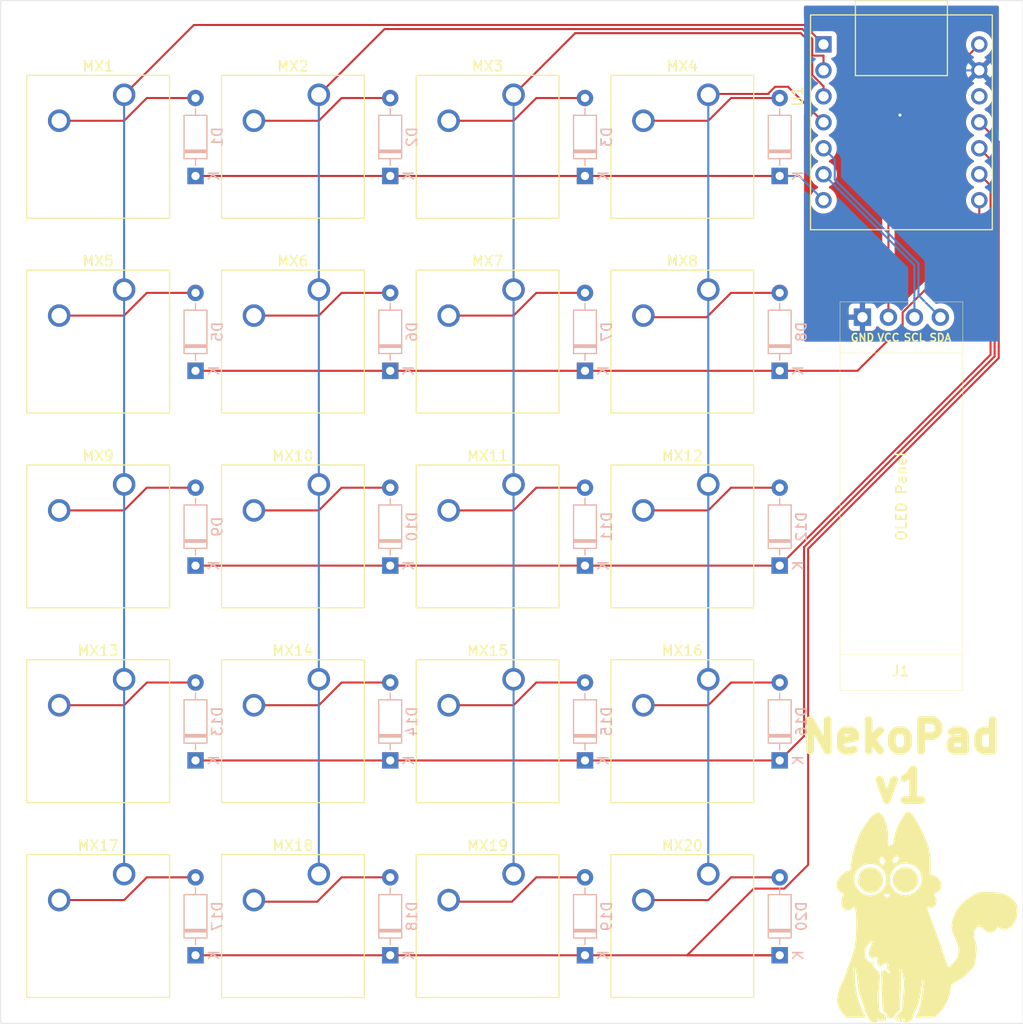
<source format=kicad_pcb>
(kicad_pcb (version 20240108) (generator "pcbnew") (generator_version "8.0")
  (layers (0 "F.Cu" jumper) (31 "B.Cu" signal) (34 "B.Paste" user) (35 "F.Paste" user) (36 "B.SilkS" user "B.Silkscreen") (37 "F.SilkS" user "F.Silkscreen") (38 "B.Mask" user) (39 "F.Mask" user) (44 "Edge.Cuts" user))
  (net 0 "")
  (net 1 "Net-(D1-A)")
  (net 2 "R0")
  (net 3 "Net-(D2-A)")
  (net 4 "Net-(D3-A)")
  (net 5 "Net-(D4-A)")
  (net 6 "R1")
  (net 7 "Net-(D5-A)")
  (net 8 "Net-(D6-A)")
  (net 9 "Net-(D7-A)")
  (net 10 "Net-(D8-A)")
  (net 11 "Net-(D9-A)")
  (net 12 "R2")
  (net 13 "Net-(D10-A)")
  (net 14 "Net-(D11-A)")
  (net 15 "Net-(D12-A)")
  (net 16 "R3")
  (net 17 "Net-(D13-A)")
  (net 18 "Net-(D14-A)")
  (net 19 "Net-(D15-A)")
  (net 20 "Net-(D16-A)")
  (net 21 "Net-(D17-A)")
  (net 22 "R4")
  (net 23 "Net-(D18-A)")
  (net 24 "Net-(D19-A)")
  (net 25 "Net-(D20-A)")
  (net 26 "C0")
  (net 27 "C1")
  (net 28 "C2")
  (net 29 "C3")
  (net 30 "SCL")
  (net 31 "SDA")
  (net 32 "+5V")
  (net 33 "GND")
  (footprint "Button_Switch_Keyboard:SW_Cherry_MX_1.00u_PCB" (layer "F.Cu") (at 159.7025 118.745)
    (property "Reference" "MX15" (at -2.54 -2.794 0) (layer "F.SilkS"))
    (property "Value" "MX_SW_solder")
    (pad "" np_thru_hole circle (at -7.62 5.08) (size 1.7 1.7) (drill 1.7) (layers "*.Cu" "*.Mask"))
    (pad "" np_thru_hole circle (at -2.54 5.08) (size 4 4) (drill 4) (layers "*.Cu" "*.Mask"))
    (pad "" np_thru_hole circle (at 2.54 5.08) (size 1.7 1.7) (drill 1.7) (layers "*.Cu" "*.Mask"))
    (pad "1" thru_hole circle (at 0 0) (size 2.2 2.2) (drill 1.5) (layers "*.Cu" "*.Mask") (net 28 "C2"))
    (pad "2" thru_hole circle (at -6.35 2.54) (size 2.2 2.2) (drill 1.5) (layers "*.Cu" "*.Mask") (net 19 "Net-(D15-A)"))
  )
  (footprint "Button_Switch_Keyboard:SW_Cherry_MX_1.00u_PCB" (layer "F.Cu") (at 121.6025 80.645)
    (property "Reference" "MX5" (at -2.54 -2.794 0) (layer "F.SilkS"))
    (property "Value" "MX_SW_solder")
    (pad "" np_thru_hole circle (at -7.62 5.08) (size 1.7 1.7) (drill 1.7) (layers "*.Cu" "*.Mask"))
    (pad "" np_thru_hole circle (at -2.54 5.08) (size 4 4) (drill 4) (layers "*.Cu" "*.Mask"))
    (pad "" np_thru_hole circle (at 2.54 5.08) (size 1.7 1.7) (drill 1.7) (layers "*.Cu" "*.Mask"))
    (pad "1" thru_hole circle (at 0 0) (size 2.2 2.2) (drill 1.5) (layers "*.Cu" "*.Mask") (net 26 "C0"))
    (pad "2" thru_hole circle (at -6.35 2.54) (size 2.2 2.2) (drill 1.5) (layers "*.Cu" "*.Mask") (net 7 "Net-(D5-A)"))
  )
  (footprint "Button_Switch_Keyboard:SW_Cherry_MX_1.00u_PCB" (layer "F.Cu") (at 140.6525 137.795)
    (property "Reference" "MX18" (at -2.54 -2.794 0) (layer "F.SilkS"))
    (property "Value" "MX_SW_solder")
    (pad "" np_thru_hole circle (at -7.62 5.08) (size 1.7 1.7) (drill 1.7) (layers "*.Cu" "*.Mask"))
    (pad "" np_thru_hole circle (at -2.54 5.08) (size 4 4) (drill 4) (layers "*.Cu" "*.Mask"))
    (pad "" np_thru_hole circle (at 2.54 5.08) (size 1.7 1.7) (drill 1.7) (layers "*.Cu" "*.Mask"))
    (pad "1" thru_hole circle (at 0 0) (size 2.2 2.2) (drill 1.5) (layers "*.Cu" "*.Mask") (net 27 "C1"))
    (pad "2" thru_hole circle (at -6.35 2.54) (size 2.2 2.2) (drill 1.5) (layers "*.Cu" "*.Mask") (net 23 "Net-(D18-A)"))
  )
  (footprint "Button_Switch_Keyboard:SW_Cherry_MX_1.00u_PCB" (layer "F.Cu") (at 178.7525 137.795)
    (property "Reference" "MX20" (at -2.54 -2.794 0) (layer "F.SilkS"))
    (property "Value" "MX_SW_solder")
    (pad "" np_thru_hole circle (at -7.62 5.08) (size 1.7 1.7) (drill 1.7) (layers "*.Cu" "*.Mask"))
    (pad "" np_thru_hole circle (at -2.54 5.08) (size 4 4) (drill 4) (layers "*.Cu" "*.Mask"))
    (pad "" np_thru_hole circle (at 2.54 5.08) (size 1.7 1.7) (drill 1.7) (layers "*.Cu" "*.Mask"))
    (pad "1" thru_hole circle (at 0 0) (size 2.2 2.2) (drill 1.5) (layers "*.Cu" "*.Mask") (net 29 "C3"))
    (pad "2" thru_hole circle (at -6.35 2.54) (size 2.2 2.2) (drill 1.5) (layers "*.Cu" "*.Mask") (net 25 "Net-(D20-A)"))
  )
  (footprint "Button_Switch_Keyboard:SW_Cherry_MX_1.00u_PCB" (layer "F.Cu") (at 140.6525 118.745)
    (property "Reference" "MX14" (at -2.54 -2.794 0) (layer "F.SilkS"))
    (property "Value" "MX_SW_solder")
    (pad "" np_thru_hole circle (at -7.62 5.08) (size 1.7 1.7) (drill 1.7) (layers "*.Cu" "*.Mask"))
    (pad "" np_thru_hole circle (at -2.54 5.08) (size 4 4) (drill 4) (layers "*.Cu" "*.Mask"))
    (pad "" np_thru_hole circle (at 2.54 5.08) (size 1.7 1.7) (drill 1.7) (layers "*.Cu" "*.Mask"))
    (pad "1" thru_hole circle (at 0 0) (size 2.2 2.2) (drill 1.5) (layers "*.Cu" "*.Mask") (net 27 "C1"))
    (pad "2" thru_hole circle (at -6.35 2.54) (size 2.2 2.2) (drill 1.5) (layers "*.Cu" "*.Mask") (net 18 "Net-(D14-A)"))
  )
  (footprint "Button_Switch_Keyboard:SW_Cherry_MX_1.00u_PCB" (layer "F.Cu") (at 159.7025 61.595)
    (property "Reference" "MX3" (at -2.54 -2.794 0) (layer "F.SilkS"))
    (property "Value" "MX_SW_solder")
    (pad "" np_thru_hole circle (at -7.62 5.08) (size 1.7 1.7) (drill 1.7) (layers "*.Cu" "*.Mask"))
    (pad "" np_thru_hole circle (at -2.54 5.08) (size 4 4) (drill 4) (layers "*.Cu" "*.Mask"))
    (pad "" np_thru_hole circle (at 2.54 5.08) (size 1.7 1.7) (drill 1.7) (layers "*.Cu" "*.Mask"))
    (pad "1" thru_hole circle (at 0 0) (size 2.2 2.2) (drill 1.5) (layers "*.Cu" "*.Mask") (net 28 "C2"))
    (pad "2" thru_hole circle (at -6.35 2.54) (size 2.2 2.2) (drill 1.5) (layers "*.Cu" "*.Mask") (net 4 "Net-(D3-A)"))
  )
  (footprint "Misc_Custom:var2" (layer "F.Cu") (at 200 142)
    (property "Reference" "G***" (hide yes))
    (property "Value" "LOGO" (hide yes))
  )
  (footprint "Button_Switch_Keyboard:SW_Cherry_MX_1.00u_PCB" (layer "F.Cu") (at 140.6525 61.595)
    (property "Reference" "MX2" (at -2.54 -2.794 0) (layer "F.SilkS"))
    (property "Value" "MX_SW_solder")
    (pad "" np_thru_hole circle (at -7.62 5.08) (size 1.7 1.7) (drill 1.7) (layers "*.Cu" "*.Mask"))
    (pad "" np_thru_hole circle (at -2.54 5.08) (size 4 4) (drill 4) (layers "*.Cu" "*.Mask"))
    (pad "" np_thru_hole circle (at 2.54 5.08) (size 1.7 1.7) (drill 1.7) (layers "*.Cu" "*.Mask"))
    (pad "1" thru_hole circle (at 0 0) (size 2.2 2.2) (drill 1.5) (layers "*.Cu" "*.Mask") (net 27 "C1"))
    (pad "2" thru_hole circle (at -6.35 2.54) (size 2.2 2.2) (drill 1.5) (layers "*.Cu" "*.Mask") (net 3 "Net-(D2-A)"))
  )
  (footprint "Button_Switch_Keyboard:SW_Cherry_MX_1.00u_PCB" (layer "F.Cu") (at 121.6025 118.745)
    (property "Reference" "MX13" (at -2.54 -2.794 0) (layer "F.SilkS"))
    (property "Value" "MX_SW_solder")
    (pad "" np_thru_hole circle (at -7.62 5.08) (size 1.7 1.7) (drill 1.7) (layers "*.Cu" "*.Mask"))
    (pad "" np_thru_hole circle (at -2.54 5.08) (size 4 4) (drill 4) (layers "*.Cu" "*.Mask"))
    (pad "" np_thru_hole circle (at 2.54 5.08) (size 1.7 1.7) (drill 1.7) (layers "*.Cu" "*.Mask"))
    (pad "1" thru_hole circle (at 0 0) (size 2.2 2.2) (drill 1.5) (layers "*.Cu" "*.Mask") (net 26 "C0"))
    (pad "2" thru_hole circle (at -6.35 2.54) (size 2.2 2.2) (drill 1.5) (layers "*.Cu" "*.Mask") (net 17 "Net-(D13-A)"))
  )
  (footprint "Button_Switch_Keyboard:SW_Cherry_MX_1.00u_PCB" (layer "F.Cu") (at 140.6525 80.645)
    (property "Reference" "MX6" (at -2.54 -2.794 0) (layer "F.SilkS"))
    (property "Value" "MX_SW_solder")
    (pad "" np_thru_hole circle (at -7.62 5.08) (size 1.7 1.7) (drill 1.7) (layers "*.Cu" "*.Mask"))
    (pad "" np_thru_hole circle (at -2.54 5.08) (size 4 4) (drill 4) (layers "*.Cu" "*.Mask"))
    (pad "" np_thru_hole circle (at 2.54 5.08) (size 1.7 1.7) (drill 1.7) (layers "*.Cu" "*.Mask"))
    (pad "1" thru_hole circle (at 0 0) (size 2.2 2.2) (drill 1.5) (layers "*.Cu" "*.Mask") (net 27 "C1"))
    (pad "2" thru_hole circle (at -6.35 2.54) (size 2.2 2.2) (drill 1.5) (layers "*.Cu" "*.Mask") (net 8 "Net-(D6-A)"))
  )
  (footprint "Button_Switch_Keyboard:SW_Cherry_MX_1.00u_PCB" (layer "F.Cu") (at 178.7525 61.595)
    (property "Reference" "MX4" (at -2.54 -2.794 0) (layer "F.SilkS"))
    (property "Value" "MX_SW_solder")
    (pad "" np_thru_hole circle (at -7.62 5.08) (size 1.7 1.7) (drill 1.7) (layers "*.Cu" "*.Mask"))
    (pad "" np_thru_hole circle (at -2.54 5.08) (size 4 4) (drill 4) (layers "*.Cu" "*.Mask"))
    (pad "" np_thru_hole circle (at 2.54 5.08) (size 1.7 1.7) (drill 1.7) (layers "*.Cu" "*.Mask"))
    (pad "1" thru_hole circle (at 0 0) (size 2.2 2.2) (drill 1.5) (layers "*.Cu" "*.Mask") (net 29 "C3"))
    (pad "2" thru_hole circle (at -6.35 2.54) (size 2.2 2.2) (drill 1.5) (layers "*.Cu" "*.Mask") (net 5 "Net-(D4-A)"))
  )
  (footprint "Button_Switch_Keyboard:SW_Cherry_MX_1.00u_PCB" (layer "F.Cu") (at 159.7025 137.795)
    (property "Reference" "MX19" (at -2.54 -2.794 0) (layer "F.SilkS"))
    (property "Value" "MX_SW_solder")
    (pad "" np_thru_hole circle (at -7.62 5.08) (size 1.7 1.7) (drill 1.7) (layers "*.Cu" "*.Mask"))
    (pad "" np_thru_hole circle (at -2.54 5.08) (size 4 4) (drill 4) (layers "*.Cu" "*.Mask"))
    (pad "" np_thru_hole circle (at 2.54 5.08) (size 1.7 1.7) (drill 1.7) (layers "*.Cu" "*.Mask"))
    (pad "1" thru_hole circle (at 0 0) (size 2.2 2.2) (drill 1.5) (layers "*.Cu" "*.Mask") (net 28 "C2"))
    (pad "2" thru_hole circle (at -6.35 2.54) (size 2.2 2.2) (drill 1.5) (layers "*.Cu" "*.Mask") (net 24 "Net-(D19-A)"))
  )
  (footprint "Button_Switch_Keyboard:SW_Cherry_MX_1.00u_PCB" (layer "F.Cu") (at 140.6525 99.695)
    (property "Reference" "MX10" (at -2.54 -2.794 0) (layer "F.SilkS"))
    (property "Value" "MX_SW_solder")
    (pad "" np_thru_hole circle (at -7.62 5.08) (size 1.7 1.7) (drill 1.7) (layers "*.Cu" "*.Mask"))
    (pad "" np_thru_hole circle (at -2.54 5.08) (size 4 4) (drill 4) (layers "*.Cu" "*.Mask"))
    (pad "" np_thru_hole circle (at 2.54 5.08) (size 1.7 1.7) (drill 1.7) (layers "*.Cu" "*.Mask"))
    (pad "1" thru_hole circle (at 0 0) (size 2.2 2.2) (drill 1.5) (layers "*.Cu" "*.Mask") (net 27 "C1"))
    (pad "2" thru_hole circle (at -6.35 2.54) (size 2.2 2.2) (drill 1.5) (layers "*.Cu" "*.Mask") (net 13 "Net-(D10-A)"))
  )
  (footprint "Button_Switch_Keyboard:SW_Cherry_MX_1.00u_PCB" (layer "F.Cu") (at 178.7525 99.695)
    (property "Reference" "MX12" (at -2.54 -2.794 0) (layer "F.SilkS"))
    (property "Value" "MX_SW_solder")
    (pad "" np_thru_hole circle (at -7.62 5.08) (size 1.7 1.7) (drill 1.7) (layers "*.Cu" "*.Mask"))
    (pad "" np_thru_hole circle (at -2.54 5.08) (size 4 4) (drill 4) (layers "*.Cu" "*.Mask"))
    (pad "" np_thru_hole circle (at 2.54 5.08) (size 1.7 1.7) (drill 1.7) (layers "*.Cu" "*.Mask"))
    (pad "1" thru_hole circle (at 0 0) (size 2.2 2.2) (drill 1.5) (layers "*.Cu" "*.Mask") (net 29 "C3"))
    (pad "2" thru_hole circle (at -6.35 2.54) (size 2.2 2.2) (drill 1.5) (layers "*.Cu" "*.Mask") (net 15 "Net-(D12-A)"))
  )
  (footprint "Button_Switch_Keyboard:SW_Cherry_MX_1.00u_PCB" (layer "F.Cu") (at 159.7025 99.695)
    (property "Reference" "MX11" (at -2.54 -2.794 0) (layer "F.SilkS"))
    (property "Value" "MX_SW_solder")
    (pad "" np_thru_hole circle (at -7.62 5.08) (size 1.7 1.7) (drill 1.7) (layers "*.Cu" "*.Mask"))
    (pad "" np_thru_hole circle (at -2.54 5.08) (size 4 4) (drill 4) (layers "*.Cu" "*.Mask"))
    (pad "" np_thru_hole circle (at 2.54 5.08) (size 1.7 1.7) (drill 1.7) (layers "*.Cu" "*.Mask"))
    (pad "1" thru_hole circle (at 0 0) (size 2.2 2.2) (drill 1.5) (layers "*.Cu" "*.Mask") (net 28 "C2"))
    (pad "2" thru_hole circle (at -6.35 2.54) (size 2.2 2.2) (drill 1.5) (layers "*.Cu" "*.Mask") (net 14 "Net-(D11-A)"))
  )
  (footprint "Misc_Custom:SSD1306-0.91-OLED-4pin-128x32" (layer "F.Cu") (at 191.64375 119.84375 90)
    (property "Reference" "J1" (at 1.9 5.91 0) (layer "F.SilkS"))
    (property "Value" "Conn_01x04")
    (fp_text user "SDA" (at 34.5 9.81 0) (layer "F.SilkS") (effects (font (size 0.75 0.75))))
    (fp_text user "OLED Panel" (at 19 6 90) (layer "F.SilkS"))
    (fp_text user "SCL" (at 34.5 7.27 0) (layer "F.SilkS") (effects (font (size 0.75 0.75))))
    (fp_text user "GND" (at 34.5 2.19 0) (layer "F.SilkS") (effects (font (size 0.75 0.75))))
    (fp_text user "VCC" (at 34.5 4.73 0) (layer "F.SilkS") (effects (font (size 0.75 0.75))))
    (pad "1" thru_hole rect (at 36.5 2.19 90) (size 1.7 1.7) (drill 1) (layers "*.Cu" "*.Mask") (net 33 "GND"))
    (pad "2" thru_hole oval (at 36.5 4.73 90) (size 1.7 1.7) (drill 1) (layers "*.Cu" "*.Mask") (net 32 "+5V"))
    (pad "3" thru_hole oval (at 36.5 7.27 90) (size 1.7 1.7) (drill 1) (layers "*.Cu" "*.Mask") (net 30 "SCL"))
    (pad "4" thru_hole oval (at 36.5 9.81 90) (size 1.7 1.7) (drill 1) (layers "*.Cu" "*.Mask") (net 31 "SDA"))
  )
  (footprint "Button_Switch_Keyboard:SW_Cherry_MX_1.00u_PCB" (layer "F.Cu") (at 178.7525 118.745)
    (property "Reference" "MX16" (at -2.54 -2.794 0) (layer "F.SilkS"))
    (property "Value" "MX_SW_solder")
    (pad "" np_thru_hole circle (at -7.62 5.08) (size 1.7 1.7) (drill 1.7) (layers "*.Cu" "*.Mask"))
    (pad "" np_thru_hole circle (at -2.54 5.08) (size 4 4) (drill 4) (layers "*.Cu" "*.Mask"))
    (pad "" np_thru_hole circle (at 2.54 5.08) (size 1.7 1.7) (drill 1.7) (layers "*.Cu" "*.Mask"))
    (pad "1" thru_hole circle (at 0 0) (size 2.2 2.2) (drill 1.5) (layers "*.Cu" "*.Mask") (net 29 "C3"))
    (pad "2" thru_hole circle (at -6.35 2.54) (size 2.2 2.2) (drill 1.5) (layers "*.Cu" "*.Mask") (net 20 "Net-(D16-A)"))
  )
  (footprint "Button_Switch_Keyboard:SW_Cherry_MX_1.00u_PCB" (layer "F.Cu") (at 159.7025 80.645)
    (property "Reference" "MX7" (at -2.54 -2.794 0) (layer "F.SilkS"))
    (property "Value" "MX_SW_solder")
    (pad "" np_thru_hole circle (at -7.62 5.08) (size 1.7 1.7) (drill 1.7) (layers "*.Cu" "*.Mask"))
    (pad "" np_thru_hole circle (at -2.54 5.08) (size 4 4) (drill 4) (layers "*.Cu" "*.Mask"))
    (pad "" np_thru_hole circle (at 2.54 5.08) (size 1.7 1.7) (drill 1.7) (layers "*.Cu" "*.Mask"))
    (pad "1" thru_hole circle (at 0 0) (size 2.2 2.2) (drill 1.5) (layers "*.Cu" "*.Mask") (net 28 "C2"))
    (pad "2" thru_hole circle (at -6.35 2.54) (size 2.2 2.2) (drill 1.5) (layers "*.Cu" "*.Mask") (net 9 "Net-(D7-A)"))
  )
  (footprint "Button_Switch_Keyboard:SW_Cherry_MX_1.00u_PCB" (layer "F.Cu") (at 121.6025 137.795)
    (property "Reference" "MX17" (at -2.54 -2.794 0) (layer "F.SilkS"))
    (property "Value" "MX_SW_solder")
    (pad "" np_thru_hole circle (at -7.62 5.08) (size 1.7 1.7) (drill 1.7) (layers "*.Cu" "*.Mask"))
    (pad "" np_thru_hole circle (at -2.54 5.08) (size 4 4) (drill 4) (layers "*.Cu" "*.Mask"))
    (pad "" np_thru_hole circle (at 2.54 5.08) (size 1.7 1.7) (drill 1.7) (layers "*.Cu" "*.Mask"))
    (pad "1" thru_hole circle (at 0 0) (size 2.2 2.2) (drill 1.5) (layers "*.Cu" "*.Mask") (net 26 "C0"))
    (pad "2" thru_hole circle (at -6.35 2.54) (size 2.2 2.2) (drill 1.5) (layers "*.Cu" "*.Mask") (net 21 "Net-(D17-A)"))
  )
  (footprint "Button_Switch_Keyboard:SW_Cherry_MX_1.00u_PCB" (layer "F.Cu") (at 178.7525 80.645)
    (property "Reference" "MX8" (at -2.54 -2.794 0) (layer "F.SilkS"))
    (property "Value" "MX_SW_solder")
    (pad "" np_thru_hole circle (at -7.62 5.08) (size 1.7 1.7) (drill 1.7) (layers "*.Cu" "*.Mask"))
    (pad "" np_thru_hole circle (at -2.54 5.08) (size 4 4) (drill 4) (layers "*.Cu" "*.Mask"))
    (pad "" np_thru_hole circle (at 2.54 5.08) (size 1.7 1.7) (drill 1.7) (layers "*.Cu" "*.Mask"))
    (pad "1" thru_hole circle (at 0 0) (size 2.2 2.2) (drill 1.5) (layers "*.Cu" "*.Mask") (net 29 "C3"))
    (pad "2" thru_hole circle (at -6.35 2.54) (size 2.2 2.2) (drill 1.5) (layers "*.Cu" "*.Mask") (net 10 "Net-(D8-A)"))
  )
  (footprint "XIAO_PCB:MOUDLE14P-2.54-21X17.8MM" (layer "F.Cu") (at 197.64375 64.2875 90)
    (property "Reference" "U1" (at 2.54 -10.16 90) (layer "F.SilkS"))
    (property "Value" "MOUDLE-SEEEDUINO-XIAO")
    (pad "1" thru_hole rect (at 7.62 -7.62 90) (size 1.6 1.6) (drill 1) (layers "*.Cu" "*.Mask") (net 26 "C0"))
    (pad "2" thru_hole circle (at 5.08 -7.62 90) (size 1.6 1.6) (drill 1) (layers "*.Cu" "*.Mask") (net 27 "C1"))
    (pad "3" thru_hole circle (at 2.54 -7.62 90) (size 1.6 1.6) (drill 1) (layers "*.Cu" "*.Mask") (net 28 "C2"))
    (pad "4" thru_hole circle (at 0 -7.62 90) (size 1.6 1.6) (drill 1) (layers "*.Cu" "*.Mask") (net 29 "C3"))
    (pad "5" thru_hole circle (at -2.54 -7.62 90) (size 1.6 1.6) (drill 1) (layers "*.Cu" "*.Mask") (net 31 "SDA"))
    (pad "6" thru_hole circle (at -5.08 -7.62 90) (size 1.6 1.6) (drill 1) (layers "*.Cu" "*.Mask") (net 30 "SCL"))
    (pad "7" thru_hole circle (at -7.62 -7.62 90) (size 1.6 1.6) (drill 1) (layers "*.Cu" "*.Mask") (net 2 "R0"))
    (pad "8" thru_hole circle (at -7.62 7.62 90) (size 1.6 1.6) (drill 1) (layers "*.Cu" "*.Mask") (net 6 "R1"))
    (pad "9" thru_hole circle (at -5.08 7.62 90) (size 1.6 1.6) (drill 1) (layers "*.Cu" "*.Mask") (net 12 "R2"))
    (pad "10" thru_hole circle (at -2.54 7.62 90) (size 1.6 1.6) (drill 1) (layers "*.Cu" "*.Mask") (net 16 "R3"))
    (pad "11" thru_hole circle (at 0 7.62 90) (size 1.6 1.6) (drill 1) (layers "*.Cu" "*.Mask") (net 22 "R4"))
    (pad "12" thru_hole circle (at 2.54 7.62 90) (size 1.6 1.6) (drill 1) (layers "*.Cu" "*.Mask"))
    (pad "13" thru_hole circle (at 5.08 7.62 90) (size 1.6 1.6) (drill 1) (layers "*.Cu" "*.Mask") (net 33 "GND"))
    (pad "14" thru_hole circle (at 7.62 7.62 90) (size 1.6 1.6) (drill 1) (layers "*.Cu" "*.Mask") (net 32 "+5V"))
  )
  (footprint "Button_Switch_Keyboard:SW_Cherry_MX_1.00u_PCB" (layer "F.Cu") (at 121.6025 61.595)
    (property "Reference" "MX1" (at -2.54 -2.794 0) (layer "F.SilkS"))
    (property "Value" "MX_SW_solder")
    (pad "" np_thru_hole circle (at -7.62 5.08) (size 1.7 1.7) (drill 1.7) (layers "*.Cu" "*.Mask"))
    (pad "" np_thru_hole circle (at -2.54 5.08) (size 4 4) (drill 4) (layers "*.Cu" "*.Mask"))
    (pad "" np_thru_hole circle (at 2.54 5.08) (size 1.7 1.7) (drill 1.7) (layers "*.Cu" "*.Mask"))
    (pad "1" thru_hole circle (at 0 0) (size 2.2 2.2) (drill 1.5) (layers "*.Cu" "*.Mask") (net 26 "C0"))
    (pad "2" thru_hole circle (at -6.35 2.54) (size 2.2 2.2) (drill 1.5) (layers "*.Cu" "*.Mask") (net 1 "Net-(D1-A)"))
  )
  (footprint "Button_Switch_Keyboard:SW_Cherry_MX_1.00u_PCB" (layer "F.Cu") (at 121.6025 99.695)
    (property "Reference" "MX9" (at -2.54 -2.794 0) (layer "F.SilkS"))
    (property "Value" "MX_SW_solder")
    (pad "" np_thru_hole circle (at -7.62 5.08) (size 1.7 1.7) (drill 1.7) (layers "*.Cu" "*.Mask"))
    (pad "" np_thru_hole circle (at -2.54 5.08) (size 4 4) (drill 4) (layers "*.Cu" "*.Mask"))
    (pad "" np_thru_hole circle (at 2.54 5.08) (size 1.7 1.7) (drill 1.7) (layers "*.Cu" "*.Mask"))
    (pad "1" thru_hole circle (at 0 0) (size 2.2 2.2) (drill 1.5) (layers "*.Cu" "*.Mask") (net 26 "C0"))
    (pad "2" thru_hole circle (at -6.35 2.54) (size 2.2 2.2) (drill 1.5) (layers "*.Cu" "*.Mask") (net 11 "Net-(D9-A)"))
  )
  (footprint "Diode_THT:D_DO-35_SOD27_P7.62mm_Horizontal" (layer "B.Cu") (at 147.6375 107.6325 90)
    (property "Reference" "D10" (at 3.81 2.12 90) (layer "B.SilkS") (effects (justify mirror)))
    (property "Value" "1N4148")
    (fp_text user "K" (at 0 1.8 90) (layer "B.SilkS") (effects (justify mirror)))
    (pad "1" thru_hole rect (at 0 0 90) (size 1.6 1.6) (drill 0.8) (layers "*.Cu" "*.Mask") (net 12 "R2"))
    (pad "2" thru_hole oval (at 7.62 0 90) (size 1.6 1.6) (drill 0.8) (layers "*.Cu" "*.Mask") (net 13 "Net-(D10-A)"))
  )
  (footprint "Diode_THT:D_DO-35_SOD27_P7.62mm_Horizontal" (layer "B.Cu") (at 128.5875 69.5325 90)
    (property "Reference" "D1" (at 3.81 2.12 90) (layer "B.SilkS") (effects (justify mirror)))
    (property "Value" "1N4148")
    (fp_text user "K" (at 0 1.8 90) (layer "B.SilkS") (effects (justify mirror)))
    (pad "1" thru_hole rect (at 0 0 90) (size 1.6 1.6) (drill 0.8) (layers "*.Cu" "*.Mask") (net 2 "R0"))
    (pad "2" thru_hole oval (at 7.62 0 90) (size 1.6 1.6) (drill 0.8) (layers "*.Cu" "*.Mask") (net 1 "Net-(D1-A)"))
  )
  (footprint "Diode_THT:D_DO-35_SOD27_P7.62mm_Horizontal" (layer "B.Cu") (at 166.6875 145.7325 90)
    (property "Reference" "D19" (at 3.81 2.12 90) (layer "B.SilkS") (effects (justify mirror)))
    (property "Value" "1N4148")
    (fp_text user "K" (at 0 1.8 90) (layer "B.SilkS") (effects (justify mirror)))
    (pad "1" thru_hole rect (at 0 0 90) (size 1.6 1.6) (drill 0.8) (layers "*.Cu" "*.Mask") (net 22 "R4"))
    (pad "2" thru_hole oval (at 7.62 0 90) (size 1.6 1.6) (drill 0.8) (layers "*.Cu" "*.Mask") (net 24 "Net-(D19-A)"))
  )
  (footprint "Diode_THT:D_DO-35_SOD27_P7.62mm_Horizontal" (layer "B.Cu") (at 128.5875 126.6825 90)
    (property "Reference" "D13" (at 3.81 2.12 90) (layer "B.SilkS") (effects (justify mirror)))
    (property "Value" "1N4148")
    (fp_text user "K" (at 0 1.8 90) (layer "B.SilkS") (effects (justify mirror)))
    (pad "1" thru_hole rect (at 0 0 90) (size 1.6 1.6) (drill 0.8) (layers "*.Cu" "*.Mask") (net 16 "R3"))
    (pad "2" thru_hole oval (at 7.62 0 90) (size 1.6 1.6) (drill 0.8) (layers "*.Cu" "*.Mask") (net 17 "Net-(D13-A)"))
  )
  (footprint "Diode_THT:D_DO-35_SOD27_P7.62mm_Horizontal" (layer "B.Cu") (at 147.6375 145.7325 90)
    (property "Reference" "D18" (at 3.81 2.12 90) (layer "B.SilkS") (effects (justify mirror)))
    (property "Value" "1N4148")
    (fp_text user "K" (at 0 1.8 90) (layer "B.SilkS") (effects (justify mirror)))
    (pad "1" thru_hole rect (at 0 0 90) (size 1.6 1.6) (drill 0.8) (layers "*.Cu" "*.Mask") (net 22 "R4"))
    (pad "2" thru_hole oval (at 7.62 0 90) (size 1.6 1.6) (drill 0.8) (layers "*.Cu" "*.Mask") (net 23 "Net-(D18-A)"))
  )
  (footprint "Diode_THT:D_DO-35_SOD27_P7.62mm_Horizontal" (layer "B.Cu") (at 147.6375 69.5325 90)
    (property "Reference" "D2" (at 3.81 2.12 90) (layer "B.SilkS") (effects (justify mirror)))
    (property "Value" "1N4148")
    (fp_text user "K" (at 0 1.8 90) (layer "B.SilkS") (effects (justify mirror)))
    (pad "1" thru_hole rect (at 0 0 90) (size 1.6 1.6) (drill 0.8) (layers "*.Cu" "*.Mask") (net 2 "R0"))
    (pad "2" thru_hole oval (at 7.62 0 90) (size 1.6 1.6) (drill 0.8) (layers "*.Cu" "*.Mask") (net 3 "Net-(D2-A)"))
  )
  (footprint "Diode_THT:D_DO-35_SOD27_P7.62mm_Horizontal" (layer "B.Cu") (at 166.6875 107.6325 90)
    (property "Reference" "D11" (at 3.81 2.12 90) (layer "B.SilkS") (effects (justify mirror)))
    (property "Value" "1N4148" (hide yes))
    (fp_text user "K" (at 0 1.8 90) (layer "B.SilkS") (effects (justify mirror)))
    (pad "1" thru_hole rect (at 0 0 90) (size 1.6 1.6) (drill 0.8) (layers "*.Cu" "*.Mask") (net 12 "R2"))
    (pad "2" thru_hole oval (at 7.62 0 90) (size 1.6 1.6) (drill 0.8) (layers "*.Cu" "*.Mask") (net 14 "Net-(D11-A)"))
  )
  (footprint "Diode_THT:D_DO-35_SOD27_P7.62mm_Horizontal" (layer "B.Cu") (at 166.6875 69.5325 90)
    (property "Reference" "D3" (at 3.81 2.12 90) (layer "B.SilkS") (effects (justify mirror)))
    (property "Value" "1N4148")
    (fp_text user "K" (at 0 1.8 90) (layer "B.SilkS") (effects (justify mirror)))
    (pad "1" thru_hole rect (at 0 0 90) (size 1.6 1.6) (drill 0.8) (layers "*.Cu" "*.Mask") (net 2 "R0"))
    (pad "2" thru_hole oval (at 7.62 0 90) (size 1.6 1.6) (drill 0.8) (layers "*.Cu" "*.Mask") (net 4 "Net-(D3-A)"))
  )
  (footprint "Diode_THT:D_DO-35_SOD27_P7.62mm_Horizontal" (layer "B.Cu") (at 128.5875 145.7325 90)
    (property "Reference" "D17" (at 3.81 2.12 90) (layer "B.SilkS") (effects (justify mirror)))
    (property "Value" "1N4148")
    (fp_text user "K" (at 0 1.8 90) (layer "B.SilkS") (effects (justify mirror)))
    (pad "1" thru_hole rect (at 0 0 90) (size 1.6 1.6) (drill 0.8) (layers "*.Cu" "*.Mask") (net 22 "R4"))
    (pad "2" thru_hole oval (at 7.62 0 90) (size 1.6 1.6) (drill 0.8) (layers "*.Cu" "*.Mask") (net 21 "Net-(D17-A)"))
  )
  (footprint "Diode_THT:D_DO-35_SOD27_P7.62mm_Horizontal" (layer "B.Cu") (at 185.7375 126.6825 90)
    (property "Reference" "D16" (at 3.81 2.12 90) (layer "B.SilkS") (effects (justify mirror)))
    (property "Value" "1N4148")
    (fp_text user "K" (at 0 1.8 90) (layer "B.SilkS") (effects (justify mirror)))
    (pad "1" thru_hole rect (at 0 0 90) (size 1.6 1.6) (drill 0.8) (layers "*.Cu" "*.Mask") (net 16 "R3"))
    (pad "2" thru_hole oval (at 7.62 0 90) (size 1.6 1.6) (drill 0.8) (layers "*.Cu" "*.Mask") (net 20 "Net-(D16-A)"))
  )
  (footprint "Diode_THT:D_DO-35_SOD27_P7.62mm_Horizontal" (layer "B.Cu") (at 128.5875 107.6325 90)
    (property "Reference" "D9" (at 3.81 2.12 90) (layer "B.SilkS") (effects (justify mirror)))
    (property "Value" "1N4148")
    (fp_text user "K" (at 0 1.8 90) (layer "B.SilkS") (effects (justify mirror)))
    (pad "1" thru_hole rect (at 0 0 90) (size 1.6 1.6) (drill 0.8) (layers "*.Cu" "*.Mask") (net 12 "R2"))
    (pad "2" thru_hole oval (at 7.62 0 90) (size 1.6 1.6) (drill 0.8) (layers "*.Cu" "*.Mask") (net 11 "Net-(D9-A)"))
  )
  (footprint "Diode_THT:D_DO-35_SOD27_P7.62mm_Horizontal" (layer "B.Cu") (at 185.7375 107.6325 90)
    (property "Reference" "D12" (at 3.81 2.12 90) (layer "B.SilkS") (effects (justify mirror)))
    (property "Value" "1N4148")
    (fp_text user "K" (at 0 1.8 90) (layer "B.SilkS") (effects (justify mirror)))
    (pad "1" thru_hole rect (at 0 0 90) (size 1.6 1.6) (drill 0.8) (layers "*.Cu" "*.Mask") (net 12 "R2"))
    (pad "2" thru_hole oval (at 7.62 0 90) (size 1.6 1.6) (drill 0.8) (layers "*.Cu" "*.Mask") (net 15 "Net-(D12-A)"))
  )
  (footprint "Diode_THT:D_DO-35_SOD27_P7.62mm_Horizontal" (layer "B.Cu") (at 147.6375 88.5825 90)
    (property "Reference" "D6" (at 3.81 2.12 90) (layer "B.SilkS") (effects (justify mirror)))
    (property "Value" "1N4148")
    (fp_text user "K" (at 0 1.8 90) (layer "B.SilkS") (effects (justify mirror)))
    (pad "1" thru_hole rect (at 0 0 90) (size 1.6 1.6) (drill 0.8) (layers "*.Cu" "*.Mask") (net 6 "R1"))
    (pad "2" thru_hole oval (at 7.62 0 90) (size 1.6 1.6) (drill 0.8) (layers "*.Cu" "*.Mask") (net 8 "Net-(D6-A)"))
  )
  (footprint "Diode_THT:D_DO-35_SOD27_P7.62mm_Horizontal" (layer "B.Cu") (at 166.6875 88.5825 90)
    (property "Reference" "D7" (at 3.81 2.12 90) (layer "B.SilkS") (effects (justify mirror)))
    (property "Value" "1N4148")
    (fp_text user "K" (at 0 1.8 90) (layer "B.SilkS") (effects (justify mirror)))
    (pad "1" thru_hole rect (at 0 0 90) (size 1.6 1.6) (drill 0.8) (layers "*.Cu" "*.Mask") (net 6 "R1"))
    (pad "2" thru_hole oval (at 7.62 0 90) (size 1.6 1.6) (drill 0.8) (layers "*.Cu" "*.Mask") (net 9 "Net-(D7-A)"))
  )
  (footprint "Diode_THT:D_DO-35_SOD27_P7.62mm_Horizontal" (layer "B.Cu") (at 147.6375 126.6825 90)
    (property "Reference" "D14" (at 3.81 2.12 90) (layer "B.SilkS") (effects (justify mirror)))
    (property "Value" "1N4148")
    (fp_text user "K" (at 0 1.8 90) (layer "B.SilkS") (effects (justify mirror)))
    (pad "1" thru_hole rect (at 0 0 90) (size 1.6 1.6) (drill 0.8) (layers "*.Cu" "*.Mask") (net 16 "R3"))
    (pad "2" thru_hole oval (at 7.62 0 90) (size 1.6 1.6) (drill 0.8) (layers "*.Cu" "*.Mask") (net 18 "Net-(D14-A)"))
  )
  (footprint "Diode_THT:D_DO-35_SOD27_P7.62mm_Horizontal" (layer "B.Cu") (at 185.7375 145.7325 90)
    (property "Reference" "D20" (at 3.81 2.12 90) (layer "B.SilkS") (effects (justify mirror)))
    (property "Value" "1N4148")
    (fp_text user "K" (at 0 1.8 90) (layer "B.SilkS") (effects (justify mirror)))
    (pad "1" thru_hole rect (at 0 0 90) (size 1.6 1.6) (drill 0.8) (layers "*.Cu" "*.Mask") (net 22 "R4"))
    (pad "2" thru_hole oval (at 7.62 0 90) (size 1.6 1.6) (drill 0.8) (layers "*.Cu" "*.Mask") (net 25 "Net-(D20-A)"))
  )
  (footprint "Diode_THT:D_DO-35_SOD27_P7.62mm_Horizontal" (layer "B.Cu") (at 185.7375 69.5325 90)
    (property "Reference" "D4" (hide yes))
    (property "Value" "1N4148")
    (fp_text user "K" (at 0 1.8 90) (layer "B.SilkS") (effects (justify mirror)))
    (pad "1" thru_hole rect (at 0 0 90) (size 1.6 1.6) (drill 0.8) (layers "*.Cu" "*.Mask") (net 2 "R0"))
    (pad "2" thru_hole oval (at 7.62 0 90) (size 1.6 1.6) (drill 0.8) (layers "*.Cu" "*.Mask") (net 5 "Net-(D4-A)"))
  )
  (footprint "Diode_THT:D_DO-35_SOD27_P7.62mm_Horizontal" (layer "B.Cu") (at 185.7375 88.5825 90)
    (property "Reference" "D8" (at 3.81 2.12 90) (layer "B.SilkS") (effects (justify mirror)))
    (property "Value" "1N4148")
    (fp_text user "K" (at 0 1.8 90) (layer "B.SilkS") (effects (justify mirror)))
    (pad "1" thru_hole rect (at 0 0 90) (size 1.6 1.6) (drill 0.8) (layers "*.Cu" "*.Mask") (net 6 "R1"))
    (pad "2" thru_hole oval (at 7.62 0 90) (size 1.6 1.6) (drill 0.8) (layers "*.Cu" "*.Mask") (net 10 "Net-(D8-A)"))
  )
  (footprint "Diode_THT:D_DO-35_SOD27_P7.62mm_Horizontal" (layer "B.Cu") (at 166.6875 126.6825 90)
    (property "Reference" "D15" (at 3.81 2.12 90) (layer "B.SilkS") (effects (justify mirror)))
    (property "Value" "1N4148")
    (fp_text user "K" (at 0 1.8 90) (layer "B.SilkS") (effects (justify mirror)))
    (pad "1" thru_hole rect (at 0 0 90) (size 1.6 1.6) (drill 0.8) (layers "*.Cu" "*.Mask") (net 16 "R3"))
    (pad "2" thru_hole oval (at 7.62 0 90) (size 1.6 1.6) (drill 0.8) (layers "*.Cu" "*.Mask") (net 19 "Net-(D15-A)"))
  )
  (footprint "Diode_THT:D_DO-35_SOD27_P7.62mm_Horizontal" (layer "B.Cu") (at 128.5875 88.5825 90)
    (property "Reference" "D5" (at 3.81 2.12 90) (layer "B.SilkS") (effects (justify mirror)))
    (property "Value" "1N4148")
    (fp_text user "K" (at 0 1.8 90) (layer "B.SilkS") (effects (justify mirror)))
    (pad "1" thru_hole rect (at 0 0 90) (size 1.6 1.6) (drill 0.8) (layers "*.Cu" "*.Mask") (net 6 "R1"))
    (pad "2" thru_hole oval (at 7.62 0 90) (size 1.6 1.6) (drill 0.8) (layers "*.Cu" "*.Mask") (net 7 "Net-(D5-A)"))
  )
  (gr_rect (start 109.5375 52.3875) (end 209.5375 152.3875) (stroke (width 0.05)) (fill none) (layer "Edge.Cuts"))
  (gr_text "NekoPad\nv1" (at 197.64375 130.96875 0) (layer "F.SilkS") (effects (font (size 3 3) (thickness 0.75) (bold yes)) (justify bottom)))
  (segment (start 123.825 61.9125) (end 128.5875 61.9125) (width 0.2) (layer "F.Cu") (net 1))
  (segment (start 121.6025 64.135) (end 123.825 61.9125) (width 0.2) (layer "F.Cu") (net 1))
  (segment (start 115.2525 64.135) (end 121.6025 64.135) (width 0.2) (layer "F.Cu") (net 1))
  (segment (start 128.5875 69.5325) (end 185.7375 69.5325) (width 0.2) (layer "F.Cu") (net 2))
  (segment (start 185.7375 69.5325) (end 185.7375 70.0025) (width 0.2) (layer "F.Cu") (net 2))
  (segment (start 185.7375 69.5325) (end 187.64875 69.5325) (width 0.2) (layer "B.Cu") (net 2))
  (segment (start 187.64875 69.5325) (end 190.02375 71.9075) (width 0.2) (layer "B.Cu") (net 2))
  (segment (start 140.6525 64.135) (end 142.875 61.9125) (width 0.2) (layer "F.Cu") (net 3))
  (segment (start 134.3025 64.135) (end 140.6525 64.135) (width 0.2) (layer "F.Cu") (net 3))
  (segment (start 142.875 61.9125) (end 147.6375 61.9125) (width 0.2) (layer "F.Cu") (net 3))
  (segment (start 159.7025 64.135) (end 161.925 61.9125) (width 0.2) (layer "F.Cu") (net 4))
  (segment (start 153.3525 64.135) (end 159.7025 64.135) (width 0.2) (layer "F.Cu") (net 4))
  (segment (start 161.925 61.9125) (end 166.6875 61.9125) (width 0.2) (layer "F.Cu") (net 4))
  (segment (start 180.975 61.9125) (end 185.7375 61.9125) (width 0.2) (layer "F.Cu") (net 5))
  (segment (start 172.4025 64.135) (end 178.7525 64.135) (width 0.2) (layer "F.Cu") (net 5))
  (segment (start 178.7525 64.135) (end 180.975 61.9125) (width 0.2) (layer "F.Cu") (net 5))
  (segment (start 205.26375 75.367404) (end 205.26375 71.9075) (width 0.2) (layer "F.Cu") (net 6))
  (segment (start 185.7375 88.5825) (end 193.35125 88.5825) (width 0.2) (layer "F.Cu") (net 6))
  (segment (start 197.76375 84.17) (end 197.76375 82.867404) (width 0.2) (layer "F.Cu") (net 6))
  (segment (start 197.76375 82.867404) (end 205.26375 75.367404) (width 0.2) (layer "F.Cu") (net 6))
  (segment (start 128.5875 88.5825) (end 185.7375 88.5825) (width 0.2) (layer "F.Cu") (net 6))
  (segment (start 193.35125 88.5825) (end 197.76375 84.17) (width 0.2) (layer "F.Cu") (net 6))
  (segment (start 115.2525 83.185) (end 121.6025 83.185) (width 0.2) (layer "F.Cu") (net 7))
  (segment (start 121.6025 83.185) (end 123.825 80.9625) (width 0.2) (layer "F.Cu") (net 7))
  (segment (start 123.825 80.9625) (end 128.5875 80.9625) (width 0.2) (layer "F.Cu") (net 7))
  (segment (start 134.3025 83.185) (end 140.6525 83.185) (width 0.2) (layer "F.Cu") (net 8))
  (segment (start 142.875 80.9625) (end 147.6375 80.9625) (width 0.2) (layer "F.Cu") (net 8))
  (segment (start 140.6525 83.185) (end 142.875 80.9625) (width 0.2) (layer "F.Cu") (net 8))
  (segment (start 153.3525 83.185) (end 159.7025 83.185) (width 0.2) (layer "F.Cu") (net 9))
  (segment (start 161.925 80.9625) (end 166.6875 80.9625) (width 0.2) (layer "F.Cu") (net 9))
  (segment (start 159.7025 83.185) (end 161.925 80.9625) (width 0.2) (layer "F.Cu") (net 9))
  (segment (start 178.59375 83.34375) (end 180.975 80.9625) (width 0.2) (layer "F.Cu") (net 10))
  (segment (start 172.56125 83.34375) (end 178.59375 83.34375) (width 0.2) (layer "F.Cu") (net 10))
  (segment (start 180.975 80.9625) (end 185.7375 80.9625) (width 0.2) (layer "F.Cu") (net 10))
  (segment (start 172.4025 83.185) (end 172.56125 83.34375) (width 0.2) (layer "F.Cu") (net 10))
  (segment (start 123.825 100.0125) (end 128.5875 100.0125) (width 0.2) (layer "F.Cu") (net 11))
  (segment (start 115.2525 102.235) (end 121.6025 102.235) (width 0.2) (layer "F.Cu") (net 11))
  (segment (start 121.6025 102.235) (end 123.825 100.0125) (width 0.2) (layer "F.Cu") (net 11))
  (segment (start 128.5875 107.6325) (end 185.7375 107.6325) (width 0.2) (layer "F.Cu") (net 12))
  (segment (start 185.7375 107.6325) (end 206.36375 87.00625) (width 0.2) (layer "F.Cu") (net 12))
  (segment (start 206.36375 87.00625) (end 206.36375 70.4675) (width 0.2) (layer "F.Cu") (net 12))
  (segment (start 206.36375 70.4675) (end 205.26375 69.3675) (width 0.2) (layer "F.Cu") (net 12))
  (segment (start 140.6525 102.235) (end 142.875 100.0125) (width 0.2) (layer "F.Cu") (net 13))
  (segment (start 142.875 100.0125) (end 147.6375 100.0125) (width 0.2) (layer "F.Cu") (net 13))
  (segment (start 134.3025 102.235) (end 140.6525 102.235) (width 0.2) (layer "F.Cu") (net 13))
  (segment (start 153.3525 102.235) (end 159.7025 102.235) (width 0.2) (layer "F.Cu") (net 14))
  (segment (start 161.925 100.0125) (end 166.6875 100.0125) (width 0.2) (layer "F.Cu") (net 14))
  (segment (start 159.7025 102.235) (end 161.925 100.0125) (width 0.2) (layer "F.Cu") (net 14))
  (segment (start 180.975 100.0125) (end 185.7375 100.0125) (width 0.2) (layer "F.Cu") (net 15))
  (segment (start 178.7525 102.235) (end 180.975 100.0125) (width 0.2) (layer "F.Cu") (net 15))
  (segment (start 172.4025 102.235) (end 178.7525 102.235) (width 0.2) (layer "F.Cu") (net 15))
  (segment (start 128.5875 126.6825) (end 185.7375 126.6825) (width 0.2) (layer "F.Cu") (net 16))
  (segment (start 206.76375 68.3275) (end 205.26375 66.8275) (width 0.2) (layer "F.Cu") (net 16))
  (segment (start 185.7375 126.6825) (end 188.11875 124.30125) (width 0.2) (layer "F.Cu") (net 16))
  (segment (start 188.11875 105.816936) (end 206.76375 87.171936) (width 0.2) (layer "F.Cu") (net 16))
  (segment (start 188.11875 124.30125) (end 188.11875 105.816936) (width 0.2) (layer "F.Cu") (net 16))
  (segment (start 206.76375 87.171936) (end 206.76375 68.3275) (width 0.2) (layer "F.Cu") (net 16))
  (segment (start 115.2525 121.285) (end 121.6025 121.285) (width 0.2) (layer "F.Cu") (net 17))
  (segment (start 123.825 119.0625) (end 128.5875 119.0625) (width 0.2) (layer "F.Cu") (net 17))
  (segment (start 121.6025 121.285) (end 123.825 119.0625) (width 0.2) (layer "F.Cu") (net 17))
  (segment (start 142.875 119.0625) (end 147.6375 119.0625) (width 0.2) (layer "F.Cu") (net 18))
  (segment (start 134.3025 121.285) (end 140.6525 121.285) (width 0.2) (layer "F.Cu") (net 18))
  (segment (start 140.6525 121.285) (end 142.875 119.0625) (width 0.2) (layer "F.Cu") (net 18))
  (segment (start 161.925 119.0625) (end 166.6875 119.0625) (width 0.2) (layer "F.Cu") (net 19))
  (segment (start 153.3525 121.285) (end 159.7025 121.285) (width 0.2) (layer "F.Cu") (net 19))
  (segment (start 159.7025 121.285) (end 161.925 119.0625) (width 0.2) (layer "F.Cu") (net 19))
  (segment (start 180.975 119.0625) (end 185.7375 119.0625) (width 0.2) (layer "F.Cu") (net 20))
  (segment (start 172.4025 121.285) (end 178.7525 121.285) (width 0.2) (layer "F.Cu") (net 20))
  (segment (start 178.7525 121.285) (end 180.975 119.0625) (width 0.2) (layer "F.Cu") (net 20))
  (segment (start 123.825 138.1125) (end 128.5875 138.1125) (width 0.2) (layer "F.Cu") (net 21))
  (segment (start 115.2525 140.335) (end 121.6025 140.335) (width 0.2) (layer "F.Cu") (net 21))
  (segment (start 121.6025 140.335) (end 123.825 138.1125) (width 0.2) (layer "F.Cu") (net 21))
  (segment (start 128.5875 145.7325) (end 185.7375 145.7325) (width 0.2) (layer "F.Cu") (net 22))
  (segment (start 188.51875 105.982622) (end 207.16375 87.337622) (width 0.2) (layer "F.Cu") (net 22))
  (segment (start 207.16375 87.337622) (end 207.16375 66.1875) (width 0.2) (layer "F.Cu") (net 22))
  (segment (start 186.193135 139.2125) (end 188.51875 136.886885) (width 0.2) (layer "F.Cu") (net 22))
  (segment (start 176.678402 145.7325) (end 183.198402 139.2125) (width 0.2) (layer "F.Cu") (net 22))
  (segment (start 207.16375 66.1875) (end 205.26375 64.2875) (width 0.2) (layer "F.Cu") (net 22))
  (segment (start 185.7375 145.7325) (end 176.678402 145.7325) (width 0.2) (layer "F.Cu") (net 22))
  (segment (start 188.51875 136.886885) (end 188.51875 105.982622) (width 0.2) (layer "F.Cu") (net 22))
  (segment (start 183.198402 139.2125) (end 186.193135 139.2125) (width 0.2) (layer "F.Cu") (net 22))
  (segment (start 134.46125 140.49375) (end 140.49375 140.49375) (width 0.2) (layer "F.Cu") (net 23))
  (segment (start 134.3025 140.335) (end 134.46125 140.49375) (width 0.2) (layer "F.Cu") (net 23))
  (segment (start 140.49375 140.49375) (end 142.875 138.1125) (width 0.2) (layer "F.Cu") (net 23))
  (segment (start 142.875 138.1125) (end 147.6375 138.1125) (width 0.2) (layer "F.Cu") (net 23))
  (segment (start 153.51125 140.49375) (end 159.54375 140.49375) (width 0.2) (layer "F.Cu") (net 24))
  (segment (start 161.925 138.1125) (end 166.6875 138.1125) (width 0.2) (layer "F.Cu") (net 24))
  (segment (start 153.3525 140.335) (end 153.51125 140.49375) (width 0.2) (layer "F.Cu") (net 24))
  (segment (start 159.54375 140.49375) (end 161.925 138.1125) (width 0.2) (layer "F.Cu") (net 24))
  (segment (start 178.7525 140.335) (end 180.975 138.1125) (width 0.2) (layer "F.Cu") (net 25))
  (segment (start 180.975 138.1125) (end 185.7375 138.1125) (width 0.2) (layer "F.Cu") (net 25))
  (segment (start 172.4025 140.335) (end 178.7525 140.335) (width 0.2) (layer "F.Cu") (net 25))
  (segment (start 121.6025 61.595) (end 128.42875 54.76875) (width 0.2) (layer "F.Cu") (net 26))
  (segment (start 188.125 54.76875) (end 190.02375 56.6675) (width 0.2) (layer "F.Cu") (net 26))
  (segment (start 128.42875 54.76875) (end 188.125 54.76875) (width 0.2) (layer "F.Cu") (net 26))
  (segment (start 121.6025 61.595) (end 121.6025 137.795) (width 0.2) (layer "B.Cu") (net 26))
  (segment (start 190.02375 57.7675) (end 190.02375 59.2075) (width 0.2) (layer "F.Cu") (net 27))
  (segment (start 140.6525 61.595) (end 147.07875 55.16875) (width 0.2) (layer "F.Cu") (net 27))
  (segment (start 188.92375 57.7675) (end 190.02375 57.7675) (width 0.2) (layer "F.Cu") (net 27))
  (segment (start 187.959314 55.16875) (end 188.92375 56.133186) (width 0.2) (layer "F.Cu") (net 27))
  (segment (start 188.92375 56.133186) (end 188.92375 57.7675) (width 0.2) (layer "F.Cu") (net 27))
  (segment (start 147.07875 55.16875) (end 187.959314 55.16875) (width 0.2) (layer "F.Cu") (net 27))
  (segment (start 140.6525 137.795) (end 140.6525 61.595) (width 0.2) (layer "B.Cu") (net 27))
  (segment (start 188.758065 58.1675) (end 188.52375 57.933185) (width 0.2) (layer "F.Cu") (net 28))
  (segment (start 190.02375 60.763135) (end 188.92375 59.663135) (width 0.2) (layer "F.Cu") (net 28))
  (segment (start 188.92375 58.1675) (end 188.758065 58.1675) (width 0.2) (layer "F.Cu") (net 28))
  (segment (start 187.793628 55.56875) (end 165.72875 55.56875) (width 0.2) (layer "F.Cu") (net 28))
  (segment (start 188.52375 56.298872) (end 187.793628 55.56875) (width 0.2) (layer "F.Cu") (net 28))
  (segment (start 188.52375 57.933185) (end 188.52375 56.298872) (width 0.2) (layer "F.Cu") (net 28))
  (segment (start 190.02375 61.7475) (end 190.02375 60.763135) (width 0.2) (layer "F.Cu") (net 28))
  (segment (start 188.92375 59.663135) (end 188.92375 58.1675) (width 0.2) (layer "F.Cu") (net 28))
  (segment (start 165.72875 55.56875) (end 159.7025 61.595) (width 0.2) (layer "F.Cu") (net 28))
  (segment (start 159.7025 61.595) (end 159.7025 137.795) (width 0.2) (layer "B.Cu") (net 28))
  (segment (start 184.6375 61.456865) (end 185.281865 60.8125) (width 0.2) (layer "F.Cu") (net 29))
  (segment (start 184.6375 61.5125) (end 184.6375 61.456865) (width 0.2) (layer "F.Cu") (net 29))
  (segment (start 178.835 61.5125) (end 184.6375 61.5125) (width 0.2) (layer "F.Cu") (net 29))
  (segment (start 186.54875 60.8125) (end 190.02375 64.2875) (width 0.2) (layer "F.Cu") (net 29))
  (segment (start 185.281865 60.8125) (end 186.54875 60.8125) (width 0.2) (layer "F.Cu") (net 29))
  (segment (start 178.7525 61.595) (end 178.835 61.5125) (width 0.2) (layer "F.Cu") (net 29))
  (segment (start 178.7525 137.795) (end 178.7525 61.595) (width 0.2) (layer "B.Cu") (net 29))
  (segment (start 198.91375 78.2575) (end 190.02375 69.3675) (width 0.2) (layer "B.Cu") (net 30))
  (segment (start 198.91375 83.34375) (end 198.91375 78.2575) (width 0.2) (layer "B.Cu") (net 30))
  (segment (start 191.12375 69.901814) (end 191.12375 67.9275) (width 0.2) (layer "B.Cu") (net 31))
  (segment (start 201.45375 83.34375) (end 199.31375 81.20375) (width 0.2) (layer "B.Cu") (net 31))
  (segment (start 191.12375 67.9275) (end 190.02375 66.8275) (width 0.2) (layer "B.Cu") (net 31))
  (segment (start 199.31375 78.091814) (end 191.12375 69.901814) (width 0.2) (layer "B.Cu") (net 31))
  (segment (start 199.31375 81.20375) (end 199.31375 78.091814) (width 0.2) (layer "B.Cu") (net 31))
  (segment (start 196.37375 65.560625) (end 205.26375 56.670625) (width 0.2) (layer "F.Cu") (net 32))
  (segment (start 205.26375 56.670625) (end 205.26375 56.6675) (width 0.2) (layer "F.Cu") (net 32))
  (segment (start 196.37375 83.34375) (end 196.37375 65.560625) (width 0.2) (layer "F.Cu") (net 32))
  (segment (start 197.502328 63.863236) (end 193.83375 67.531814) (width 0.2) (layer "F.Cu") (net 33))
  (segment (start 197.502328 63.580392) (end 197.502328 63.863236) (width 0.2) (layer "F.Cu") (net 33))
  (segment (start 193.83375 67.531814) (end 193.83375 83.34375) (width 0.2) (layer "F.Cu") (net 33))
  (via (at 197.502328 63.580392) (size 0.6) (drill 0.3) (layers "F.Cu" "B.Cu") (net 33))
  (segment (start 202.73 59.2075) (end 205.26375 59.2075) (width 0.2) (layer "B.Cu") (net 33))
  (segment (start 198.357108 63.580392) (end 202.73 59.2075) (width 0.2) (layer "B.Cu") (net 33))
  (segment (start 197.502328 63.580392) (end 198.357108 63.580392) (width 0.2) (layer "B.Cu") (net 33))
  (zone (net 33) (net_name "GND") (layers "F&B.Cu") (name "gnd") (connect_pads (clearance 0.5)) (min_thickness 0.25) (fill yes (thermal_gap 0.5) (thermal_bridge_width 0.5))
    (polygon (pts (xy 188.11875 52.3875) (xy 188.11875 85.725) (xy 207.16875 85.725) (xy 207.16875 52.3875)))
  )
)
</source>
